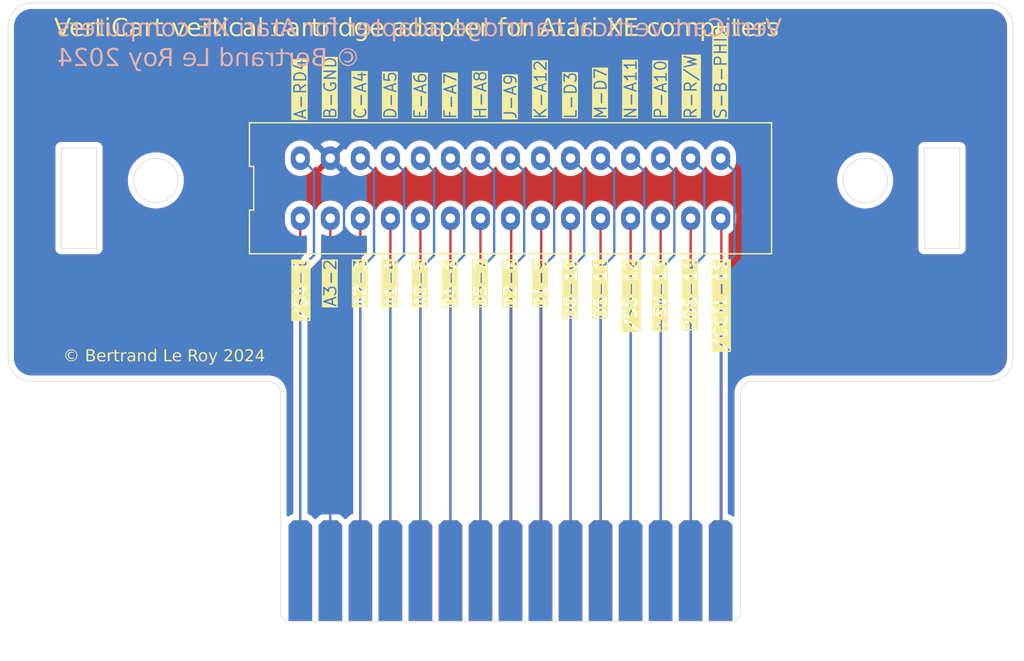
<source format=kicad_pcb>
(kicad_pcb (version 20240108) (generator "pcbnew") (generator_version "8.0")
  (layers (0 "F.Cu" signal) (31 "B.Cu" signal) (34 "B.Paste" user) (35 "F.Paste" user) (36 "B.SilkS" user "B.Silkscreen") (37 "F.SilkS" user "F.Silkscreen") (38 "B.Mask" user) (39 "F.Mask" user) (44 "Edge.Cuts" user))
  (net 0 "")
  (net 1 "/A9")
  (net 2 "/B-PHI2")
  (net 3 "/D5")
  (net 4 "/RD4")
  (net 5 "/A3")
  (net 6 "/D4")
  (net 7 "/A0")
  (net 8 "/A7")
  (net 9 "/A2")
  (net 10 "/D1")
  (net 11 "/{slash}S5")
  (net 12 "/D2")
  (net 13 "/{slash}S4")
  (net 14 "/D3")
  (net 15 "/A4")
  (net 16 "/R{slash}W")
  (net 17 "/A1")
  (net 18 "/{slash}CCTL")
  (net 19 "/A8")
  (net 20 "/+5V")
  (net 21 "/D7")
  (net 22 "/D0")
  (net 23 "/GND")
  (net 24 "/D6")
  (net 25 "/A6")
  (net 26 "/A10")
  (net 27 "/A5")
  (net 28 "/A12")
  (net 29 "/RD5")
  (net 30 "/A11")
  (footprint "Library:Atari Cartridge Edge Connector" (layer "F.Cu") (at 98.298 98.83)
    (property "Reference" "J1" (hide yes))
    (property "Value" "02x15 Edge")
    (pad "1" connect roundrect (at 0 1.5) (size 2 8.5) (layers "F.Cu" "F.Mask") (roundrect_rratio 0) (chamfer_ratio 0.2) (chamfer top_left top_right) (net 13 "/{slash}S4"))
    (pad "2" connect roundrect (at 2.54 1.5) (size 2 8.5) (layers "F.Cu" "F.Mask") (roundrect_rratio 0) (chamfer_ratio 0.2) (chamfer top_left top_right) (net 5 "/A3"))
    (pad "3" connect roundrect (at 5.08 1.5) (size 2 8.5) (layers "F.Cu" "F.Mask") (roundrect_rratio 0) (chamfer_ratio 0.2) (chamfer top_left top_right) (net 9 "/A2"))
    (pad "4" connect roundrect (at 7.62 1.5) (size 2 8.5) (layers "F.Cu" "F.Mask") (roundrect_rratio 0) (chamfer_ratio 0.2) (chamfer top_left top_right) (net 17 "/A1"))
    (pad "5" connect roundrect (at 10.16 1.5) (size 2 8.5) (layers "F.Cu" "F.Mask") (roundrect_rratio 0) (chamfer_ratio 0.2) (chamfer top_left top_right) (net 7 "/A0"))
    (pad "6" connect roundrect (at 12.7 1.5) (size 2 8.5) (layers "F.Cu" "F.Mask") (roundrect_rratio 0) (chamfer_ratio 0.2) (chamfer top_left top_right) (net 6 "/D4"))
    (pad "7" connect roundrect (at 15.24 1.5) (size 2 8.5) (layers "F.Cu" "F.Mask") (roundrect_rratio 0) (chamfer_ratio 0.2) (chamfer top_left top_right) (net 3 "/D5"))
    (pad "8" connect roundrect (at 17.78 1.5) (size 2 8.5) (layers "F.Cu" "F.Mask") (roundrect_rratio 0) (chamfer_ratio 0.2) (chamfer top_left top_right) (net 12 "/D2"))
    (pad "9" connect roundrect (at 20.32 1.5) (size 2 8.5) (layers "F.Cu" "F.Mask") (roundrect_rratio 0) (chamfer_ratio 0.2) (chamfer top_left top_right) (net 10 "/D1"))
    (pad "10" connect roundrect (at 22.86 1.5) (size 2 8.5) (layers "F.Cu" "F.Mask") (roundrect_rratio 0) (chamfer_ratio 0.2) (chamfer top_left top_right) (net 22 "/D0"))
    (pad "11" connect roundrect (at 25.4 1.5) (size 2 8.5) (layers "F.Cu" "F.Mask") (roundrect_rratio 0) (chamfer_ratio 0.2) (chamfer top_left top_right) (net 24 "/D6"))
    (pad "12" connect roundrect (at 27.94 1.5) (size 2 8.5) (layers "F.Cu" "F.Mask") (roundrect_rratio 0) (chamfer_ratio 0.2) (chamfer top_left top_right) (net 11 "/{slash}S5"))
    (pad "13" connect roundrect (at 30.48 1.5) (size 2 8.5) (layers "F.Cu" "F.Mask") (roundrect_rratio 0) (chamfer_ratio 0.2) (chamfer top_left top_right) (net 20 "/+5V"))
    (pad "14" connect roundrect (at 33.02 1.5) (size 2 8.5) (layers "F.Cu" "F.Mask") (roundrect_rratio 0) (chamfer_ratio 0.2) (chamfer top_left top_right) (net 29 "/RD5"))
    (pad "15" connect roundrect (at 35.56 1.5) (size 2 8.5) (layers "F.Cu" "F.Mask") (roundrect_rratio 0) (chamfer_ratio 0.2) (chamfer top_left top_right) (net 18 "/{slash}CCTL"))
    (pad "A" connect roundrect (at 0 1.5) (size 2 8.5) (layers "B.Cu" "B.Mask") (roundrect_rratio 0) (chamfer_ratio 0.2) (chamfer top_left top_right) (net 4 "/RD4"))
    (pad "B" connect roundrect (at 2.54 1.5) (size 2 8.5) (layers "B.Cu" "B.Mask") (roundrect_rratio 0) (chamfer_ratio 0.2) (chamfer top_left top_right) (net 23 "/GND"))
    (pad "C" connect roundrect (at 5.08 1.5) (size 2 8.5) (layers "B.Cu" "B.Mask") (roundrect_rratio 0) (chamfer_ratio 0.2) (chamfer top_left top_right) (net 15 "/A4"))
    (pad "D" connect roundrect (at 7.62 1.5) (size 2 8.5) (layers "B.Cu" "B.Mask") (roundrect_rratio 0) (chamfer_ratio 0.2) (chamfer top_left top_right) (net 27 "/A5"))
    (pad "E" connect roundrect (at 10.16 1.5) (size 2 8.5) (layers "B.Cu" "B.Mask") (roundrect_rratio 0) (chamfer_ratio 0.2) (chamfer top_left top_right) (net 25 "/A6"))
    (pad "F" connect roundrect (at 12.7 1.5) (size 2 8.5) (layers "B.Cu" "B.Mask") (roundrect_rratio 0) (chamfer_ratio 0.2) (chamfer top_left top_right) (net 8 "/A7"))
    (pad "H" connect roundrect (at 15.24 1.5) (size 2 8.5) (layers "B.Cu" "B.Mask") (roundrect_rratio 0) (chamfer_ratio 0.2) (chamfer top_left top_right) (net 19 "/A8"))
    (pad "J" connect roundrect (at 17.78 1.5) (size 2 8.5) (layers "B.Cu" "B.Mask") (roundrect_rratio 0) (chamfer_ratio 0.2) (chamfer top_left top_right) (net 1 "/A9"))
    (pad "K" connect roundrect (at 20.32 1.5) (size 2 8.5) (layers "B.Cu" "B.Mask") (roundrect_rratio 0) (chamfer_ratio 0.2) (chamfer top_left top_right) (net 28 "/A12"))
    (pad "L" connect roundrect (at 22.86 1.5) (size 2 8.5) (layers "B.Cu" "B.Mask") (roundrect_rratio 0) (chamfer_ratio 0.2) (chamfer top_left top_right) (net 14 "/D3"))
    (pad "M" connect roundrect (at 25.4 1.5) (size 2 8.5) (layers "B.Cu" "B.Mask") (roundrect_rratio 0) (chamfer_ratio 0.2) (chamfer top_left top_right) (net 21 "/D7"))
    (pad "N" connect roundrect (at 27.94 1.5) (size 2 8.5) (layers "B.Cu" "B.Mask") (roundrect_rratio 0) (chamfer_ratio 0.2) (chamfer top_left top_right) (net 30 "/A11"))
    (pad "P" connect roundrect (at 30.48 1.5) (size 2 8.5) (layers "B.Cu" "B.Mask") (roundrect_rratio 0) (chamfer_ratio 0.2) (chamfer top_left top_right) (net 26 "/A10"))
    (pad "R" connect roundrect (at 33.02 1.5) (size 2 8.5) (layers "B.Cu" "B.Mask") (roundrect_rratio 0) (chamfer_ratio 0.2) (chamfer top_left top_right) (net 16 "/R{slash}W"))
    (pad "S" connect roundrect (at 35.56 1.5) (size 2 8.5) (layers "B.Cu" "B.Mask") (roundrect_rratio 0) (chamfer_ratio 0.2) (chamfer top_left top_right) (net 2 "/B-PHI2"))
  )
  (footprint "Library:Atari_Cartridge_Connector" (layer "F.Cu") (at 116.078 67.994)
    (property "Reference" "J2" (hide yes))
    (property "Value" "02x15 Edge" (hide yes))
    (fp_line (start -22.08 -5.54) (end -22.08 -1.846666) (stroke (width 0.12)) (layer "F.SilkS"))
    (fp_line (start -22.08 -1.846666) (end -21.72 -1.846666) (stroke (width 0.12)) (layer "F.SilkS"))
    (fp_line (start -22.08 1.846666) (end -22.08 5.539999) (stroke (width 0.12)) (layer "F.SilkS"))
    (fp_line (start -22.08 5.539999) (end 22.08 5.54) (stroke (width 0.12)) (layer "F.SilkS"))
    (fp_line (start -21.72 -1.846666) (end -21.72 1.846666) (stroke (width 0.12)) (layer "F.SilkS"))
    (fp_line (start -21.72 1.846666) (end -22.08 1.846666) (stroke (width 0.12)) (layer "F.SilkS"))
    (fp_line (start 22.08 -5.539999) (end -22.08 -5.54) (stroke (width 0.12)) (layer "F.SilkS"))
    (fp_line (start 22.08 5.54) (end 22.08 -5.539999) (stroke (width 0.12)) (layer "F.SilkS"))
    (pad "1" thru_hole oval (at -17.78 2.54) (size 1.6 2) (drill 0.8) (layers "*.Cu" "*.Mask") (net 13 "/{slash}S4"))
    (pad "2" thru_hole oval (at -15.24 2.54) (size 1.6 2) (drill 0.8) (layers "*.Cu" "*.Mask") (net 5 "/A3"))
    (pad "3" thru_hole oval (at -12.7 2.54) (size 1.6 2) (drill 0.8) (layers "*.Cu" "*.Mask") (net 9 "/A2"))
    (pad "4" thru_hole oval (at -10.16 2.54) (size 1.6 2) (drill 0.8) (layers "*.Cu" "*.Mask") (net 17 "/A1"))
    (pad "5" thru_hole oval (at -7.62 2.54) (size 1.6 2) (drill 0.8) (layers "*.Cu" "*.Mask") (net 7 "/A0"))
    (pad "6" thru_hole oval (at -5.08 2.54) (size 1.6 2) (drill 0.8) (layers "*.Cu" "*.Mask") (net 6 "/D4"))
    (pad "7" thru_hole oval (at -2.54 2.54) (size 1.6 2) (drill 0.8) (layers "*.Cu" "*.Mask") (net 3 "/D5"))
    (pad "8" thru_hole oval (at 0 2.54) (size 1.6 2) (drill 0.8) (layers "*.Cu" "*.Mask") (net 12 "/D2"))
    (pad "9" thru_hole oval (at 2.54 2.54) (size 1.6 2) (drill 0.8) (layers "*.Cu" "*.Mask") (net 10 "/D1"))
    (pad "10" thru_hole oval (at 5.08 2.54) (size 1.6 2) (drill 0.8) (layers "*.Cu" "*.Mask") (net 22 "/D0"))
    (pad "11" thru_hole oval (at 7.62 2.54) (size 1.6 2) (drill 0.8) (layers "*.Cu" "*.Mask") (net 24 "/D6"))
    (pad "12" thru_hole oval (at 10.16 2.54) (size 1.6 2) (drill 0.8) (layers "*.Cu" "*.Mask") (net 11 "/{slash}S5"))
    (pad "13" thru_hole oval (at 12.7 2.54) (size 1.6 2) (drill 0.8) (layers "*.Cu" "*.Mask") (net 20 "/+5V"))
    (pad "14" thru_hole oval (at 15.24 2.54) (size 1.6 2) (drill 0.8) (layers "*.Cu" "*.Mask") (net 29 "/RD5"))
    (pad "15" thru_hole oval (at 17.78 2.54) (size 1.6 2) (drill 0.8) (layers "*.Cu" "*.Mask") (net 18 "/{slash}CCTL"))
    (pad "A" thru_hole oval (at -17.78 -2.54) (size 1.6 2) (drill 0.8) (layers "*.Cu" "*.Mask") (net 4 "/RD4"))
    (pad "B" thru_hole oval (at -15.24 -2.54) (size 1.6 2) (drill 0.8) (layers "*.Cu" "*.Mask") (net 23 "/GND"))
    (pad "C" thru_hole oval (at -12.7 -2.54) (size 1.6 2) (drill 0.8) (layers "*.Cu" "*.Mask") (net 15 "/A4"))
    (pad "D" thru_hole oval (at -10.16 -2.54) (size 1.6 2) (drill 0.8) (layers "*.Cu" "*.Mask") (net 27 "/A5"))
    (pad "E" thru_hole oval (at -7.62 -2.54) (size 1.6 2) (drill 0.8) (layers "*.Cu" "*.Mask") (net 25 "/A6"))
    (pad "F" thru_hole oval (at -5.08 -2.54) (size 1.6 2) (drill 0.8) (layers "*.Cu" "*.Mask") (net 8 "/A7"))
    (pad "H" thru_hole oval (at -2.54 -2.54) (size 1.6 2) (drill 0.8) (layers "*.Cu" "*.Mask") (net 19 "/A8"))
    (pad "J" thru_hole oval (at 0 -2.54) (size 1.6 2) (drill 0.8) (layers "*.Cu" "*.Mask") (net 1 "/A9"))
    (pad "K" thru_hole oval (at 2.54 -2.54) (size 1.6 2) (drill 0.8) (layers "*.Cu" "*.Mask") (net 28 "/A12"))
    (pad "L" thru_hole oval (at 5.08 -2.54) (size 1.6 2) (drill 0.8) (layers "*.Cu" "*.Mask") (net 14 "/D3"))
    (pad "M" thru_hole oval (at 7.62 -2.54) (size 1.6 2) (drill 0.8) (layers "*.Cu" "*.Mask") (net 21 "/D7"))
    (pad "N" thru_hole oval (at 10.16 -2.54) (size 1.6 2) (drill 0.8) (layers "*.Cu" "*.Mask") (net 30 "/A11"))
    (pad "P" thru_hole oval (at 12.7 -2.54) (size 1.6 2) (drill 0.8) (layers "*.Cu" "*.Mask") (net 26 "/A10"))
    (pad "R" thru_hole oval (at 15.24 -2.54) (size 1.6 2) (drill 0.8) (layers "*.Cu" "*.Mask") (net 16 "/R{slash}W"))
    (pad "S" thru_hole oval (at 17.78 -2.54) (size 1.6 2) (drill 0.8) (layers "*.Cu" "*.Mask") (net 2 "/B-PHI2"))
  )
  (gr_arc (start 95.636 84.33) (mid 96.343107 84.622893) (end 96.636 85.33) (stroke (width 0.05)) (layer "Edge.Cuts"))
  (gr_line (start 135.52 104.148) (end 135.52 85.33) (stroke (width 0.05)) (layer "Edge.Cuts"))
  (gr_line (start 135.02 104.648) (end 135.52 104.148) (stroke (width 0.05)) (layer "Edge.Cuts"))
  (gr_rect (start 151.078 64.58) (end 154.078 73.08) (stroke (width 0.05)) (fill none) (layer "Edge.Cuts"))
  (gr_line (start 75.578 52.33) (end 156.578 52.33) (stroke (width 0.05)) (layer "Edge.Cuts"))
  (gr_arc (start 135.52 85.33) (mid 135.812893 84.622893) (end 136.52 84.33) (stroke (width 0.05)) (layer "Edge.Cuts"))
  (gr_line (start 135.02 104.648) (end 97.136 104.648) (stroke (width 0.05)) (layer "Edge.Cuts"))
  (gr_rect (start 81.078 64.58) (end 78.078 73.08) (stroke (width 0.05)) (fill none) (layer "Edge.Cuts"))
  (gr_line (start 158.578 54.33) (end 158.578 82.33) (stroke (width 0.05)) (layer "Edge.Cuts"))
  (gr_arc (start 75.578 84.33) (mid 74.163786 83.744214) (end 73.578 82.33) (stroke (width 0.05)) (layer "Edge.Cuts"))
  (gr_line (start 75.578 84.33) (end 95.636 84.33) (stroke (width 0.05)) (layer "Edge.Cuts"))
  (gr_arc (start 156.578 52.33) (mid 157.992214 52.915786) (end 158.578 54.33) (stroke (width 0.05)) (layer "Edge.Cuts"))
  (gr_line (start 73.578 54.33) (end 73.578 82.33) (stroke (width 0.05)) (layer "Edge.Cuts"))
  (gr_circle (center 146.078 67.33) (end 147.953 67.33) (stroke (width 0.05)) (fill none) (layer "Edge.Cuts"))
  (gr_line (start 136.52 84.33) (end 156.578 84.33) (stroke (width 0.05)) (layer "Edge.Cuts"))
  (gr_line (start 96.636 104.148) (end 96.636 85.33) (stroke (width 0.05)) (layer "Edge.Cuts"))
  (gr_circle (center 86.078 67.33) (end 87.953 67.33) (stroke (width 0.05)) (fill none) (layer "Edge.Cuts"))
  (gr_arc (start 158.578 82.33) (mid 157.992214 83.744214) (end 156.578 84.33) (stroke (width 0.05)) (layer "Edge.Cuts"))
  (gr_arc (start 73.578 54.33) (mid 74.163786 52.915786) (end 75.578 52.33) (stroke (width 0.05)) (layer "Edge.Cuts"))
  (gr_line (start 97.136 104.648) (end 96.636 104.148) (stroke (width 0.05)) (layer "Edge.Cuts"))
  (gr_text "VertiCart vertical cartridge adapter for Atari XE computers\n© Bertrand Le Roy 2024" (at 77.724 57.912 0) (layer "B.SilkS") (effects (font (size 1.5 1.5) (thickness 0.125)) (justify right bottom mirror)))
  (gr_text "S-B-PHI2" (at 133.858 62.23 90) (layer "F.SilkS" knockout) (effects (font (size 1 1) (thickness 0.125)) (justify left)))
  (gr_text "A-RD4" (at 98.298 62.23 90) (layer "F.SilkS" knockout) (effects (font (size 1 1) (thickness 0.125)) (justify left)))
  (gr_text "/S4-1" (at 98.298 73.914 90) (layer "F.SilkS" knockout) (effects (font (size 1 1) (thickness 0.125)) (justify right)))
  (gr_text "© Bertrand Le Roy 2024" (at 78.232 82.804 0) (layer "F.SilkS") (effects (font (size 1 1) (thickness 0.125)) (justify left bottom)))
  (gr_text "D-A5" (at 105.918 62.23 90) (layer "F.SilkS" knockout) (effects (font (size 1 1) (thickness 0.125)) (justify left)))
  (gr_text "P-A10" (at 128.778 62.23 90) (layer "F.SilkS" knockout) (effects (font (size 1 1) (thickness 0.125)) (justify left)))
  (gr_text "+5V-13" (at 128.778 73.914 90) (layer "F.SilkS" knockout) (effects (font (size 1 1) (thickness 0.125)) (justify right)))
  (gr_text "D6-11" (at 123.698 73.914 90) (layer "F.SilkS" knockout) (effects (font (size 1 1) (thickness 0.125)) (justify right)))
  (gr_text "J-A9" (at 116.078 62.23 90) (layer "F.SilkS" knockout) (effects (font (size 1 1) (thickness 0.125)) (justify left)))
  (gr_text "D2-8" (at 116.078 73.914 90) (layer "F.SilkS" knockout) (effects (font (size 1 1) (thickness 0.125)) (justify right)))
  (gr_text "RD5-14" (at 131.318 73.914 90) (layer "F.SilkS" knockout) (effects (font (size 1 1) (thickness 0.125)) (justify right)))
  (gr_text "E-A6" (at 108.458 62.23 90) (layer "F.SilkS" knockout) (effects (font (size 1 1) (thickness 0.125)) (justify left)))
  (gr_text "F-A7" (at 110.998 62.23 90) (layer "F.SilkS" knockout) (effects (font (size 1 1) (thickness 0.125)) (justify left)))
  (gr_text "C-A4" (at 103.378 62.23 90) (layer "F.SilkS" knockout) (effects (font (size 1 1) (thickness 0.125)) (justify left)))
  (gr_text "D0-10" (at 121.158 73.914 90) (layer "F.SilkS" knockout) (effects (font (size 1 1) (thickness 0.125)) (justify right)))
  (gr_text "B-GND" (at 100.838 62.23 90) (layer "F.SilkS" knockout) (effects (font (size 1 1) (thickness 0.125)) (justify left)))
  (gr_text "/CCTL-15" (at 133.858 73.914 90) (layer "F.SilkS" knockout) (effects (font (size 1 1) (thickness 0.125)) (justify right)))
  (gr_text "D1-9" (at 118.618 73.914 90) (layer "F.SilkS" knockout) (effects (font (size 1 1) (thickness 0.125)) (justify right)))
  (gr_text "/S5-12" (at 126.238 73.914 90) (layer "F.SilkS" knockout) (effects (font (size 1 1) (thickness 0.125)) (justify right)))
  (gr_text "L-D3" (at 121.158 62.23 90) (layer "F.SilkS" knockout) (effects (font (size 1 1) (thickness 0.125)) (justify left)))
  (gr_text "R-R/W" (at 131.318 62.23 90) (layer "F.SilkS" knockout) (effects (font (size 1 1) (thickness 0.125)) (justify left)))
  (gr_text "M-D7" (at 123.698 62.23 90) (layer "F.SilkS" knockout) (effects (font (size 1 1) (thickness 0.125)) (justify left)))
  (gr_text "A1-4" (at 105.918 73.914 90) (layer "F.SilkS" knockout) (effects (font (size 1 1) (thickness 0.125)) (justify right)))
  (gr_text "D5-7" (at 113.538 73.914 90) (layer "F.SilkS" knockout) (effects (font (size 1 1) (thickness 0.125)) (justify right)))
  (gr_text "K-A12" (at 118.618 62.23 90) (layer "F.SilkS" knockout) (effects (font (size 1 1) (thickness 0.125)) (justify left)))
  (gr_text "A3-2" (at 100.838 73.914 90) (layer "F.SilkS" knockout) (effects (font (size 1 1) (thickness 0.125)) (justify right)))
  (gr_text "H-A8" (at 113.538 62.23 90) (layer "F.SilkS" knockout) (effects (font (size 1 1) (thickness 0.125)) (justify left)))
  (gr_text "D4-6" (at 110.998 73.914 90) (layer "F.SilkS" knockout) (effects (font (size 1 1) (thickness 0.125)) (justify right)))
  (gr_text "A2-3" (at 103.378 73.914 90) (layer "F.SilkS" knockout) (effects (font (size 1 1) (thickness 0.125)) (justify right)))
  (gr_text "N-A11" (at 126.238 62.23 90) (layer "F.SilkS" knockout) (effects (font (size 1 1) (thickness 0.125)) (justify left)))
  (gr_text "VertiCart vertical cartridge adapter for Atari XE computers" (at 77.47 55.372 0) (layer "F.SilkS") (effects (font (size 1.5 1.5) (thickness 0.125)) (justify left bottom)))
  (gr_text "A0-5" (at 108.458 73.914 90) (layer "F.SilkS" knockout) (effects (font (size 1 1) (thickness 0.125)) (justify right)))
  (segment (start 116.136 65.454) (end 117.236 66.554) (width 0.2) (layer "B.Cu") (net 1))
  (segment (start 116.078 74.818) (end 117.236 73.66) (width 0.2) (layer "B.Cu") (net 1))
  (segment (start 117.236 66.554) (end 117.236 73.66) (width 0.2) (layer "B.Cu") (net 1))
  (segment (start 116.078 100.33) (end 116.078 74.818) (width 0.2) (layer "B.Cu") (net 1))
  (segment (start 133.916 65.454) (end 135.016 66.554) (width 0.2) (layer "B.Cu") (net 2))
  (segment (start 133.858 74.818) (end 135.016 73.66) (width 0.2) (layer "B.Cu") (net 2))
  (segment (start 133.858 100.33) (end 133.858 74.818) (width 0.2) (layer "B.Cu") (net 2))
  (segment (start 135.016 66.554) (end 135.016 73.66) (width 0.2) (layer "B.Cu") (net 2))
  (segment (start 113.538 70.592) (end 113.596 70.534) (width 0.2) (layer "F.Cu") (net 3))
  (segment (start 113.538 100.33) (end 113.538 70.592) (width 0.2) (layer "F.Cu") (net 3))
  (segment (start 99.456 66.554) (end 99.456 73.66) (width 0.2) (layer "B.Cu") (net 4))
  (segment (start 98.298 74.818) (end 99.456 73.66) (width 0.2) (layer "B.Cu") (net 4))
  (segment (start 98.356 65.454) (end 99.456 66.554) (width 0.2) (layer "B.Cu") (net 4))
  (segment (start 98.298 100.33) (end 98.298 74.818) (width 0.2) (layer "B.Cu") (net 4))
  (segment (start 100.838 70.592) (end 100.896 70.534) (width 0.2) (layer "F.Cu") (net 5))
  (segment (start 100.838 100.33) (end 100.838 70.592) (width 0.2) (layer "F.Cu") (net 5))
  (segment (start 110.998 100.33) (end 110.998 70.592) (width 0.2) (layer "F.Cu") (net 6))
  (segment (start 110.998 70.592) (end 111.056 70.534) (width 0.2) (layer "F.Cu") (net 6))
  (segment (start 108.458 70.592) (end 108.516 70.534) (width 0.2) (layer "F.Cu") (net 7))
  (segment (start 108.458 100.33) (end 108.458 70.592) (width 0.2) (layer "F.Cu") (net 7))
  (segment (start 112.156 66.554) (end 112.156 73.66) (width 0.2) (layer "B.Cu") (net 8))
  (segment (start 110.998 100.33) (end 110.998 74.818) (width 0.2) (layer "B.Cu") (net 8))
  (segment (start 111.056 65.454) (end 112.156 66.554) (width 0.2) (layer "B.Cu") (net 8))
  (segment (start 110.998 74.818) (end 112.156 73.66) (width 0.2) (layer "B.Cu") (net 8))
  (segment (start 103.378 70.592) (end 103.436 70.534) (width 0.2) (layer "F.Cu") (net 9))
  (segment (start 103.378 100.33) (end 103.378 70.592) (width 0.2) (layer "F.Cu") (net 9))
  (segment (start 118.676 99.764) (end 118.676 70.534) (width 0.2) (layer "F.Cu") (net 10))
  (segment (start 118.618 99.822) (end 118.676 99.764) (width 0.2) (layer "F.Cu") (net 10))
  (segment (start 118.618 100.33) (end 118.618 99.822) (width 0.2) (layer "F.Cu") (net 10))
  (segment (start 126.238 70.592) (end 126.296 70.534) (width 0.2) (layer "F.Cu") (net 11))
  (segment (start 126.238 100.33) (end 126.238 70.592) (width 0.2) (layer "F.Cu") (net 11))
  (segment (start 116.136 100.018) (end 116.136 70.534) (width 0.2) (layer "F.Cu") (net 12))
  (segment (start 116.078 100.076) (end 116.136 100.018) (width 0.2) (layer "F.Cu") (net 12))
  (segment (start 116.078 100.33) (end 116.078 100.076) (width 0.2) (layer "F.Cu") (net 12))
  (segment (start 98.298 70.592) (end 98.356 70.534) (width 0.2) (layer "F.Cu") (net 13))
  (segment (start 98.298 100.33) (end 98.298 70.592) (width 0.2) (layer "F.Cu") (net 13))
  (segment (start 121.216 65.454) (end 122.316 66.554) (width 0.2) (layer "B.Cu") (net 14))
  (segment (start 122.316 66.554) (end 122.316 73.66) (width 0.2) (layer "B.Cu") (net 14))
  (segment (start 121.158 74.818) (end 122.316 73.66) (width 0.2) (layer "B.Cu") (net 14))
  (segment (start 121.158 100.33) (end 121.158 74.818) (width 0.2) (layer "B.Cu") (net 14))
  (segment (start 103.436 65.454) (end 104.536 66.554) (width 0.2) (layer "B.Cu") (net 15))
  (segment (start 103.378 100.33) (end 103.378 74.818) (width 0.2) (layer "B.Cu") (net 15))
  (segment (start 104.536 66.554) (end 104.536 73.66) (width 0.2) (layer "B.Cu") (net 15))
  (segment (start 103.378 74.818) (end 104.536 73.66) (width 0.2) (layer "B.Cu") (net 15))
  (segment (start 131.376 65.454) (end 132.476 66.554) (width 0.2) (layer "B.Cu") (net 16))
  (segment (start 132.476 66.554) (end 132.476 73.66) (width 0.2) (layer "B.Cu") (net 16))
  (segment (start 131.318 100.33) (end 131.318 74.818) (width 0.2) (layer "B.Cu") (net 16))
  (segment (start 131.318 74.818) (end 132.476 73.66) (width 0.2) (layer "B.Cu") (net 16))
  (segment (start 105.918 70.592) (end 105.976 70.534) (width 0.2) (layer "F.Cu") (net 17))
  (segment (start 105.918 100.33) (end 105.918 70.592) (width 0.2) (layer "F.Cu") (net 17))
  (segment (start 133.916 70.534) (end 133.916 100.272) (width 0.2) (layer "F.Cu") (net 18))
  (segment (start 133.916 100.272) (end 133.858 100.33) (width 0.2) (layer "F.Cu") (net 18))
  (segment (start 113.538 100.33) (end 113.538 74.818) (width 0.2) (layer "B.Cu") (net 19))
  (segment (start 113.538 74.818) (end 114.696 73.66) (width 0.2) (layer "B.Cu") (net 19))
  (segment (start 114.696 66.554) (end 114.696 73.66) (width 0.2) (layer "B.Cu") (net 19))
  (segment (start 113.596 65.454) (end 114.696 66.554) (width 0.2) (layer "B.Cu") (net 19))
  (segment (start 128.778 100.33) (end 128.778 70.592) (width 0.2) (layer "F.Cu") (net 20))
  (segment (start 128.778 70.592) (end 128.836 70.534) (width 0.2) (layer "F.Cu") (net 20))
  (segment (start 123.756 65.454) (end 124.856 66.554) (width 0.2) (layer "B.Cu") (net 21))
  (segment (start 124.856 66.554) (end 124.856 73.66) (width 0.2) (layer "B.Cu") (net 21))
  (segment (start 123.698 100.33) (end 123.698 74.818) (width 0.2) (layer "B.Cu") (net 21))
  (segment (start 123.698 74.818) (end 124.856 73.66) (width 0.2) (layer "B.Cu") (net 21))
  (segment (start 121.158 100.33) (end 121.158 70.592) (width 0.2) (layer "F.Cu") (net 22))
  (segment (start 121.158 70.592) (end 121.216 70.534) (width 0.2) (layer "F.Cu") (net 22))
  (segment (start 100.838 100.33) (end 100.838 74.818) (width 0.2) (layer "B.Cu") (net 23))
  (segment (start 101.996 66.554) (end 101.996 73.66) (width 0.2) (layer "B.Cu") (net 23))
  (segment (start 100.896 65.454) (end 101.996 66.554) (width 0.2) (layer "B.Cu") (net 23))
  (segment (start 100.838 74.818) (end 101.996 73.66) (width 0.2) (layer "B.Cu") (net 23))
  (segment (start 123.698 70.592) (end 123.756 70.534) (width 0.2) (layer "F.Cu") (net 24))
  (segment (start 123.698 100.33) (end 123.698 70.592) (width 0.2) (layer "F.Cu") (net 24))
  (segment (start 108.458 74.818) (end 109.616 73.66) (width 0.2) (layer "B.Cu") (net 25))
  (segment (start 108.458 100.33) (end 108.458 74.818) (width 0.2) (layer "B.Cu") (net 25))
  (segment (start 108.516 65.454) (end 109.616 66.554) (width 0.2) (layer "B.Cu") (net 25))
  (segment (start 109.616 66.554) (end 109.616 73.66) (width 0.2) (layer "B.Cu") (net 25))
  (segment (start 128.836 65.454) (end 129.936 66.554) (width 0.2) (layer "B.Cu") (net 26))
  (segment (start 128.778 100.33) (end 128.778 74.818) (width 0.2) (layer "B.Cu") (net 26))
  (segment (start 128.778 74.818) (end 129.936 73.66) (width 0.2) (layer "B.Cu") (net 26))
  (segment (start 129.936 66.554) (end 129.936 73.66) (width 0.2) (layer "B.Cu") (net 26))
  (segment (start 107.076 66.554) (end 107.076 73.66) (width 0.2) (layer "B.Cu") (net 27))
  (segment (start 105.976 65.454) (end 107.076 66.554) (width 0.2) (layer "B.Cu") (net 27))
  (segment (start 105.918 74.818) (end 107.076 73.66) (width 0.2) (layer "B.Cu") (net 27))
  (segment (start 105.918 100.33) (end 105.918 74.818) (width 0.2) (layer "B.Cu") (net 27))
  (segment (start 118.676 65.454) (end 119.776 66.554) (width 0.2) (layer "B.Cu") (net 28))
  (segment (start 118.618 74.818) (end 119.776 73.66) (width 0.2) (layer "B.Cu") (net 28))
  (segment (start 118.618 100.33) (end 118.618 74.818) (width 0.2) (layer "B.Cu") (net 28))
  (segment (start 119.776 66.554) (end 119.776 73.66) (width 0.2) (layer "B.Cu") (net 28))
  (segment (start 131.318 70.592) (end 131.376 70.534) (width 0.2) (layer "F.Cu") (net 29))
  (segment (start 131.318 100.33) (end 131.318 70.592) (width 0.2) (layer "F.Cu") (net 29))
  (segment (start 126.238 74.818) (end 127.396 73.66) (width 0.2) (layer "B.Cu") (net 30))
  (segment (start 126.296 65.454) (end 127.396 66.554) (width 0.2) (layer "B.Cu") (net 30))
  (segment (start 126.238 100.33) (end 126.238 74.818) (width 0.2) (layer "B.Cu") (net 30))
  (segment (start 127.396 66.554) (end 127.396 73.66) (width 0.2) (layer "B.Cu") (net 30))
  (zone (net 23) (net_name "/GND") (layers "F&B.Cu") (connect_pads (clearance 0.5)) (min_thickness 0.25) (fill yes (thermal_gap 0.5) (thermal_bridge_width 0.5))
    (polygon (pts (xy 72.898 52.07) (xy 159.512 52.07) (xy 159.512 105.41) (xy 72.898 105.41)))
  )
)
</source>
